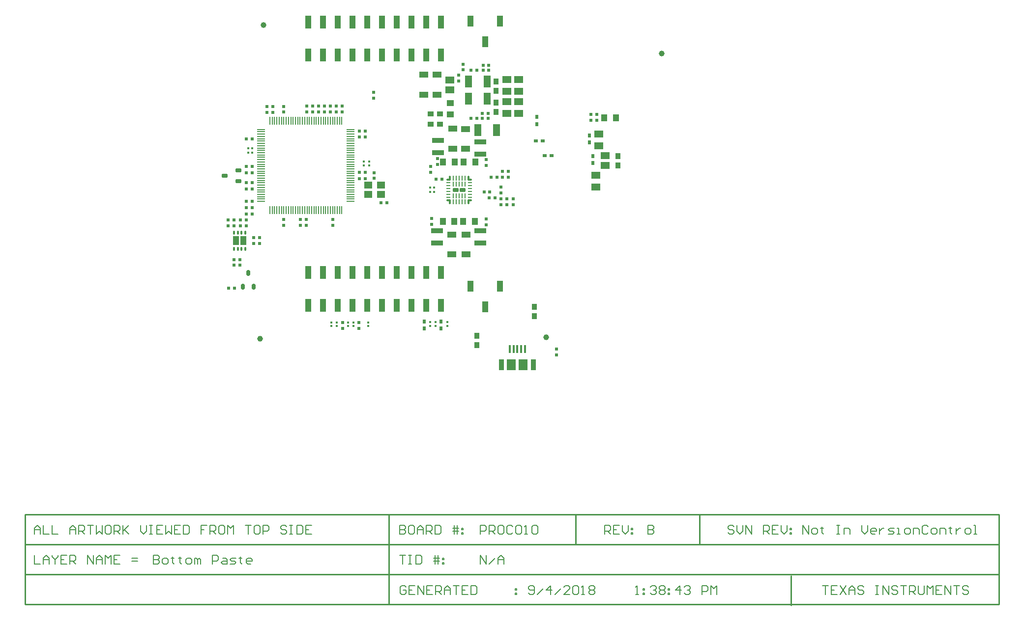
<source format=gbp>
G04 Layer_Color=128*
%FSLAX25Y25*%
%MOIN*%
G70*
G01*
G75*
G04:AMPARAMS|DCode=17|XSize=23.62mil|YSize=39.37mil|CornerRadius=5.91mil|HoleSize=0mil|Usage=FLASHONLY|Rotation=180.000|XOffset=0mil|YOffset=0mil|HoleType=Round|Shape=RoundedRectangle|*
%AMROUNDEDRECTD17*
21,1,0.02362,0.02756,0,0,180.0*
21,1,0.01181,0.03937,0,0,180.0*
1,1,0.01181,-0.00591,0.01378*
1,1,0.01181,0.00591,0.01378*
1,1,0.01181,0.00591,-0.01378*
1,1,0.01181,-0.00591,-0.01378*
%
%ADD17ROUNDEDRECTD17*%
%ADD32C,0.03937*%
G04:AMPARAMS|DCode=37|XSize=11.81mil|YSize=23.62mil|CornerRadius=1.95mil|HoleSize=0mil|Usage=FLASHONLY|Rotation=0.000|XOffset=0mil|YOffset=0mil|HoleType=Round|Shape=RoundedRectangle|*
%AMROUNDEDRECTD37*
21,1,0.01181,0.01972,0,0,0.0*
21,1,0.00791,0.02362,0,0,0.0*
1,1,0.00390,0.00396,-0.00986*
1,1,0.00390,-0.00396,-0.00986*
1,1,0.00390,-0.00396,0.00986*
1,1,0.00390,0.00396,0.00986*
%
%ADD37ROUNDEDRECTD37*%
%ADD44R,0.03740X0.03937*%
%ADD45R,0.01968X0.02362*%
%ADD46R,0.01654X0.01811*%
%ADD47R,0.01811X0.01654*%
%ADD48R,0.02362X0.01968*%
%ADD50R,0.03937X0.03740*%
%ADD55R,0.03150X0.02362*%
%ADD56R,0.06300X0.05000*%
%ADD57R,0.02362X0.03150*%
%ADD65C,0.01000*%
%ADD80C,0.00800*%
G04:AMPARAMS|DCode=99|XSize=40.16mil|YSize=87.4mil|CornerRadius=2.01mil|HoleSize=0mil|Usage=FLASHONLY|Rotation=0.000|XOffset=0mil|YOffset=0mil|HoleType=Round|Shape=RoundedRectangle|*
%AMROUNDEDRECTD99*
21,1,0.04016,0.08339,0,0,0.0*
21,1,0.03614,0.08740,0,0,0.0*
1,1,0.00402,0.01807,-0.04169*
1,1,0.00402,-0.01807,-0.04169*
1,1,0.00402,-0.01807,0.04169*
1,1,0.00402,0.01807,0.04169*
%
%ADD99ROUNDEDRECTD99*%
G04:AMPARAMS|DCode=100|XSize=40.16mil|YSize=75mil|CornerRadius=2.01mil|HoleSize=0mil|Usage=FLASHONLY|Rotation=0.000|XOffset=0mil|YOffset=0mil|HoleType=Round|Shape=RoundedRectangle|*
%AMROUNDEDRECTD100*
21,1,0.04016,0.07098,0,0,0.0*
21,1,0.03614,0.07500,0,0,0.0*
1,1,0.00402,0.01807,-0.03549*
1,1,0.00402,-0.01807,-0.03549*
1,1,0.00402,-0.01807,0.03549*
1,1,0.00402,0.01807,0.03549*
%
%ADD100ROUNDEDRECTD100*%
G04:AMPARAMS|DCode=104|XSize=23.62mil|YSize=9.84mil|CornerRadius=1.97mil|HoleSize=0mil|Usage=FLASHONLY|Rotation=180.000|XOffset=0mil|YOffset=0mil|HoleType=Round|Shape=RoundedRectangle|*
%AMROUNDEDRECTD104*
21,1,0.02362,0.00591,0,0,180.0*
21,1,0.01968,0.00984,0,0,180.0*
1,1,0.00394,-0.00984,0.00295*
1,1,0.00394,0.00984,0.00295*
1,1,0.00394,0.00984,-0.00295*
1,1,0.00394,-0.00984,-0.00295*
%
%ADD104ROUNDEDRECTD104*%
%ADD105O,0.00787X0.05512*%
%ADD106O,0.05512X0.00787*%
%ADD107R,0.04724X0.07874*%
%ADD108R,0.05512X0.04724*%
%ADD110R,0.07874X0.03543*%
G04:AMPARAMS|DCode=111|XSize=23.62mil|YSize=39.37mil|CornerRadius=2.01mil|HoleSize=0mil|Usage=FLASHONLY|Rotation=90.000|XOffset=0mil|YOffset=0mil|HoleType=Round|Shape=RoundedRectangle|*
%AMROUNDEDRECTD111*
21,1,0.02362,0.03535,0,0,90.0*
21,1,0.01961,0.03937,0,0,90.0*
1,1,0.00402,0.01768,0.00980*
1,1,0.00402,0.01768,-0.00980*
1,1,0.00402,-0.01768,-0.00980*
1,1,0.00402,-0.01768,0.00980*
%
%ADD111ROUNDEDRECTD111*%
%ADD112R,0.05905X0.07480*%
%ADD113R,0.01575X0.05315*%
%ADD114R,0.06299X0.04331*%
G04:AMPARAMS|DCode=115|XSize=39.37mil|YSize=49.21mil|CornerRadius=1.97mil|HoleSize=0mil|Usage=FLASHONLY|Rotation=0.000|XOffset=0mil|YOffset=0mil|HoleType=Round|Shape=RoundedRectangle|*
%AMROUNDEDRECTD115*
21,1,0.03937,0.04528,0,0,0.0*
21,1,0.03543,0.04921,0,0,0.0*
1,1,0.00394,0.01772,-0.02264*
1,1,0.00394,-0.01772,-0.02264*
1,1,0.00394,-0.01772,0.02264*
1,1,0.00394,0.01772,0.02264*
%
%ADD115ROUNDEDRECTD115*%
%ADD116R,0.05905X0.05118*%
G04:AMPARAMS|DCode=117|XSize=39.37mil|YSize=49.21mil|CornerRadius=1.97mil|HoleSize=0mil|Usage=FLASHONLY|Rotation=90.000|XOffset=0mil|YOffset=0mil|HoleType=Round|Shape=RoundedRectangle|*
%AMROUNDEDRECTD117*
21,1,0.03937,0.04528,0,0,90.0*
21,1,0.03543,0.04921,0,0,90.0*
1,1,0.00394,0.02264,0.01772*
1,1,0.00394,0.02264,-0.01772*
1,1,0.00394,-0.02264,-0.01772*
1,1,0.00394,-0.02264,0.01772*
%
%ADD117ROUNDEDRECTD117*%
G04:AMPARAMS|DCode=147|XSize=23.62mil|YSize=11.81mil|CornerRadius=1.95mil|HoleSize=0mil|Usage=FLASHONLY|Rotation=180.000|XOffset=0mil|YOffset=0mil|HoleType=Round|Shape=RoundedRectangle|*
%AMROUNDEDRECTD147*
21,1,0.02362,0.00791,0,0,180.0*
21,1,0.01972,0.01181,0,0,180.0*
1,1,0.00390,-0.00986,0.00396*
1,1,0.00390,0.00986,0.00396*
1,1,0.00390,0.00986,-0.00396*
1,1,0.00390,-0.00986,-0.00396*
%
%ADD147ROUNDEDRECTD147*%
G04:AMPARAMS|DCode=148|XSize=32.48mil|YSize=11.81mil|CornerRadius=1.95mil|HoleSize=0mil|Usage=FLASHONLY|Rotation=270.000|XOffset=0mil|YOffset=0mil|HoleType=Round|Shape=RoundedRectangle|*
%AMROUNDEDRECTD148*
21,1,0.03248,0.00791,0,0,270.0*
21,1,0.02858,0.01181,0,0,270.0*
1,1,0.00390,-0.00396,-0.01429*
1,1,0.00390,-0.00396,0.01429*
1,1,0.00390,0.00396,0.01429*
1,1,0.00390,0.00396,-0.01429*
%
%ADD148ROUNDEDRECTD148*%
G04:AMPARAMS|DCode=149|XSize=38.58mil|YSize=25.98mil|CornerRadius=1.95mil|HoleSize=0mil|Usage=FLASHONLY|Rotation=180.000|XOffset=0mil|YOffset=0mil|HoleType=Round|Shape=RoundedRectangle|*
%AMROUNDEDRECTD149*
21,1,0.03858,0.02209,0,0,180.0*
21,1,0.03469,0.02598,0,0,180.0*
1,1,0.00390,-0.01734,0.01104*
1,1,0.00390,0.01734,0.01104*
1,1,0.00390,0.01734,-0.01104*
1,1,0.00390,-0.01734,-0.01104*
%
%ADD149ROUNDEDRECTD149*%
G04:AMPARAMS|DCode=150|XSize=9.84mil|YSize=31.89mil|CornerRadius=1.97mil|HoleSize=0mil|Usage=FLASHONLY|Rotation=0.000|XOffset=0mil|YOffset=0mil|HoleType=Round|Shape=RoundedRectangle|*
%AMROUNDEDRECTD150*
21,1,0.00984,0.02795,0,0,0.0*
21,1,0.00591,0.03189,0,0,0.0*
1,1,0.00394,0.00295,-0.01398*
1,1,0.00394,-0.00295,-0.01398*
1,1,0.00394,-0.00295,0.01398*
1,1,0.00394,0.00295,0.01398*
%
%ADD150ROUNDEDRECTD150*%
G04:AMPARAMS|DCode=151|XSize=57.87mil|YSize=41.73mil|CornerRadius=1.88mil|HoleSize=0mil|Usage=FLASHONLY|Rotation=270.000|XOffset=0mil|YOffset=0mil|HoleType=Round|Shape=RoundedRectangle|*
%AMROUNDEDRECTD151*
21,1,0.05787,0.03798,0,0,270.0*
21,1,0.05412,0.04173,0,0,270.0*
1,1,0.00376,-0.01899,-0.02706*
1,1,0.00376,-0.01899,0.02706*
1,1,0.00376,0.01899,0.02706*
1,1,0.00376,0.01899,-0.02706*
%
%ADD151ROUNDEDRECTD151*%
%ADD152R,0.03543X0.07480*%
G54D17*
X15802Y42493D02*
D03*
X8322D02*
D03*
X12062Y51941D02*
D03*
G54D32*
X22500Y220000D02*
D03*
X20000Y7000D02*
D03*
X292500Y200800D02*
D03*
X214000Y8000D02*
D03*
G54D37*
X2445Y68120D02*
D03*
X5004D02*
D03*
X7563D02*
D03*
X10122D02*
D03*
Y79144D02*
D03*
X7563D02*
D03*
X5004D02*
D03*
X2445D02*
D03*
G54D44*
X262857Y124669D02*
D03*
Y130969D02*
D03*
X167100Y9200D02*
D03*
Y2900D02*
D03*
X206000Y28900D02*
D03*
Y22600D02*
D03*
X180253Y167435D02*
D03*
Y161135D02*
D03*
X180260Y175413D02*
D03*
Y181712D02*
D03*
G54D45*
X-1540Y83881D02*
D03*
Y87818D02*
D03*
X97100Y174559D02*
D03*
Y170623D02*
D03*
X19920Y75854D02*
D03*
Y71917D02*
D03*
X221240Y-3779D02*
D03*
Y158D02*
D03*
X173560Y88503D02*
D03*
Y84566D02*
D03*
X136490Y88704D02*
D03*
Y84767D02*
D03*
X173480Y124796D02*
D03*
Y128734D02*
D03*
X140385Y125406D02*
D03*
Y129343D02*
D03*
X187500Y98282D02*
D03*
Y102218D02*
D03*
X183344Y109984D02*
D03*
Y106046D02*
D03*
X191614Y102183D02*
D03*
Y98247D02*
D03*
X183374Y102183D02*
D03*
Y98247D02*
D03*
X15803Y71951D02*
D03*
Y75888D02*
D03*
X2443Y57003D02*
D03*
Y60940D02*
D03*
X28700Y164819D02*
D03*
Y160881D02*
D03*
X24650Y164854D02*
D03*
Y160916D02*
D03*
X157796Y193582D02*
D03*
Y189645D02*
D03*
X69278Y84146D02*
D03*
Y88083D02*
D03*
X67752Y165154D02*
D03*
Y161216D02*
D03*
X59812Y165154D02*
D03*
Y161216D02*
D03*
X71768Y161247D02*
D03*
Y165183D02*
D03*
X63772Y165154D02*
D03*
Y161216D02*
D03*
X75728Y161247D02*
D03*
Y165183D02*
D03*
X6568Y57016D02*
D03*
Y60953D02*
D03*
X135778Y124164D02*
D03*
Y120228D02*
D03*
X87018Y14146D02*
D03*
Y18083D02*
D03*
X75988Y14146D02*
D03*
Y18083D02*
D03*
X154663Y186147D02*
D03*
Y182211D02*
D03*
X10782Y83947D02*
D03*
Y87884D02*
D03*
X51560Y88183D02*
D03*
Y84246D02*
D03*
X55830Y165154D02*
D03*
Y161216D02*
D03*
X47268Y84246D02*
D03*
Y88183D02*
D03*
X2562Y87853D02*
D03*
Y83916D02*
D03*
X36192Y84216D02*
D03*
Y88153D02*
D03*
X51822Y165154D02*
D03*
Y161216D02*
D03*
X36252Y164953D02*
D03*
Y161016D02*
D03*
X6710Y87884D02*
D03*
Y83947D02*
D03*
X97500Y119953D02*
D03*
Y116016D02*
D03*
G54D46*
X90407Y127347D02*
D03*
Y124748D02*
D03*
X147025Y18527D02*
D03*
Y15929D02*
D03*
X139025Y18471D02*
D03*
Y15873D02*
D03*
X135275Y18471D02*
D03*
Y15873D02*
D03*
X94193Y127347D02*
D03*
Y124748D02*
D03*
X93275Y18271D02*
D03*
Y15673D02*
D03*
X83275Y18227D02*
D03*
Y15629D02*
D03*
X79913Y18227D02*
D03*
Y15629D02*
D03*
X71963Y18227D02*
D03*
Y15629D02*
D03*
X68513Y18227D02*
D03*
Y15629D02*
D03*
G54D47*
X14777Y133429D02*
D03*
X12179D02*
D03*
X14777Y136619D02*
D03*
X12179D02*
D03*
X135579Y109919D02*
D03*
X138177D02*
D03*
Y106669D02*
D03*
X135579D02*
D03*
G54D48*
X143309Y115401D02*
D03*
X139372D02*
D03*
X-1199Y41591D02*
D03*
X2739D02*
D03*
X188303Y120754D02*
D03*
X184367D02*
D03*
X188303Y116704D02*
D03*
X184367D02*
D03*
X175432Y102750D02*
D03*
X179368D02*
D03*
X176666Y116650D02*
D03*
X180604D02*
D03*
X87497Y144060D02*
D03*
X91434D02*
D03*
X10796Y119952D02*
D03*
X14733D02*
D03*
X10796Y91774D02*
D03*
X14733D02*
D03*
X14733Y96104D02*
D03*
X10796D02*
D03*
X163110Y156652D02*
D03*
X167047D02*
D03*
X163233Y189362D02*
D03*
X167170D02*
D03*
X170905Y160178D02*
D03*
X174843D02*
D03*
X171314Y189362D02*
D03*
X175251D02*
D03*
X10757Y108880D02*
D03*
X14694D02*
D03*
X175914Y106700D02*
D03*
X171976D02*
D03*
X10796Y100356D02*
D03*
X14733D02*
D03*
X10796Y124006D02*
D03*
X14733D02*
D03*
X91434Y115830D02*
D03*
X87497D02*
D03*
X10696Y142940D02*
D03*
X14634D02*
D03*
X10751Y113010D02*
D03*
X14687D02*
D03*
X106098Y99436D02*
D03*
X102161D02*
D03*
X91404Y148190D02*
D03*
X87467D02*
D03*
X170881Y156652D02*
D03*
X174819D02*
D03*
X171314Y192764D02*
D03*
X175251D02*
D03*
X244531Y155500D02*
D03*
X248468D02*
D03*
X244531Y159500D02*
D03*
X248468D02*
D03*
X91434Y120150D02*
D03*
X87497D02*
D03*
G54D50*
X135881Y159871D02*
D03*
X142181D02*
D03*
X135719Y152905D02*
D03*
X142019D02*
D03*
G54D55*
X217745Y131330D02*
D03*
X213021D02*
D03*
X211697Y141400D02*
D03*
X206973D02*
D03*
G54D56*
X247660Y117995D02*
D03*
Y109995D02*
D03*
X187500Y183000D02*
D03*
Y175000D02*
D03*
Y160081D02*
D03*
Y168080D02*
D03*
X195500Y183000D02*
D03*
Y175000D02*
D03*
Y160081D02*
D03*
Y168080D02*
D03*
X249815Y146140D02*
D03*
Y138140D02*
D03*
G54D57*
X131537Y14023D02*
D03*
Y18747D02*
D03*
X142802Y14023D02*
D03*
Y18747D02*
D03*
X207755Y152908D02*
D03*
Y157632D02*
D03*
X245820Y131157D02*
D03*
Y126433D02*
D03*
X243527Y145021D02*
D03*
Y140296D02*
D03*
G54D65*
X380200Y-174000D02*
Y-153717D01*
X261300Y-173350D02*
X521000D01*
Y-112350D01*
X107300Y-173350D02*
Y-112350D01*
X-139200Y-173350D02*
Y-112350D01*
X-139150Y-173350D02*
X18400D01*
X-139150D02*
Y-112350D01*
Y-112350D02*
X521000D01*
X-139200Y-173350D02*
X261300D01*
X-139200Y-153017D02*
X520800D01*
X-139200Y-132683D02*
X521000D01*
X234000D02*
Y-112350D01*
X318000Y-132683D02*
Y-112350D01*
G54D80*
X-52300Y-139851D02*
Y-145849D01*
X-49301D01*
X-48301Y-144850D01*
Y-143850D01*
X-49301Y-142850D01*
X-52300D01*
X-49301D01*
X-48301Y-141851D01*
Y-140851D01*
X-49301Y-139851D01*
X-52300D01*
X-45302Y-145849D02*
X-43303D01*
X-42303Y-144850D01*
Y-142850D01*
X-43303Y-141851D01*
X-45302D01*
X-46302Y-142850D01*
Y-144850D01*
X-45302Y-145849D01*
X-39304Y-140851D02*
Y-141851D01*
X-40304D01*
X-38304D01*
X-39304D01*
Y-144850D01*
X-38304Y-145849D01*
X-34306Y-140851D02*
Y-141851D01*
X-35306D01*
X-33306D01*
X-34306D01*
Y-144850D01*
X-33306Y-145849D01*
X-29307D02*
X-27308D01*
X-26308Y-144850D01*
Y-142850D01*
X-27308Y-141851D01*
X-29307D01*
X-30307Y-142850D01*
Y-144850D01*
X-29307Y-145849D01*
X-24309D02*
Y-141851D01*
X-23309D01*
X-22310Y-142850D01*
Y-145849D01*
Y-142850D01*
X-21310Y-141851D01*
X-20310Y-142850D01*
Y-145849D01*
X-12313D02*
Y-139851D01*
X-9314D01*
X-8314Y-140851D01*
Y-142850D01*
X-9314Y-143850D01*
X-12313D01*
X-5315Y-141851D02*
X-3316D01*
X-2316Y-142850D01*
Y-145849D01*
X-5315D01*
X-6315Y-144850D01*
X-5315Y-143850D01*
X-2316D01*
X-317Y-145849D02*
X2682D01*
X3682Y-144850D01*
X2682Y-143850D01*
X683D01*
X-317Y-142850D01*
X683Y-141851D01*
X3682D01*
X6681Y-140851D02*
Y-141851D01*
X5681D01*
X7681D01*
X6681D01*
Y-144850D01*
X7681Y-145849D01*
X13679D02*
X11679D01*
X10680Y-144850D01*
Y-142850D01*
X11679Y-141851D01*
X13679D01*
X14678Y-142850D01*
Y-143850D01*
X10680D01*
X169350Y-145900D02*
Y-139902D01*
X173349Y-145900D01*
Y-139902D01*
X175348Y-145900D02*
X179347Y-141901D01*
X181346Y-145900D02*
Y-141901D01*
X183345Y-139902D01*
X185345Y-141901D01*
Y-145900D01*
Y-142901D01*
X181346D01*
X114800Y-139902D02*
X118799D01*
X116799D01*
Y-145900D01*
X120798Y-139902D02*
X122797D01*
X121798D01*
Y-145900D01*
X120798D01*
X122797D01*
X125796Y-139902D02*
Y-145900D01*
X128796D01*
X129795Y-144900D01*
Y-140902D01*
X128796Y-139902D01*
X125796D01*
X138792Y-145900D02*
Y-139902D01*
X140792D02*
Y-145900D01*
X137793Y-141901D02*
X140792D01*
X141791D01*
X137793Y-143901D02*
X141791D01*
X143791Y-141901D02*
X144790D01*
Y-142901D01*
X143791D01*
Y-141901D01*
Y-144900D02*
X144790D01*
Y-145900D01*
X143791D01*
Y-144900D01*
X401300Y-160435D02*
X405299D01*
X403299D01*
Y-166434D01*
X411297Y-160435D02*
X407298D01*
Y-166434D01*
X411297D01*
X407298Y-163435D02*
X409297D01*
X413296Y-160435D02*
X417295Y-166434D01*
Y-160435D02*
X413296Y-166434D01*
X419294D02*
Y-162435D01*
X421293Y-160435D01*
X423293Y-162435D01*
Y-166434D01*
Y-163435D01*
X419294D01*
X429291Y-161435D02*
X428291Y-160435D01*
X426292D01*
X425292Y-161435D01*
Y-162435D01*
X426292Y-163435D01*
X428291D01*
X429291Y-164434D01*
Y-165434D01*
X428291Y-166434D01*
X426292D01*
X425292Y-165434D01*
X437288Y-160435D02*
X439288D01*
X438288D01*
Y-166434D01*
X437288D01*
X439288D01*
X442287D02*
Y-160435D01*
X446285Y-166434D01*
Y-160435D01*
X452283Y-161435D02*
X451284Y-160435D01*
X449285D01*
X448285Y-161435D01*
Y-162435D01*
X449285Y-163435D01*
X451284D01*
X452283Y-164434D01*
Y-165434D01*
X451284Y-166434D01*
X449285D01*
X448285Y-165434D01*
X454283Y-160435D02*
X458282D01*
X456282D01*
Y-166434D01*
X460281D02*
Y-160435D01*
X463280D01*
X464280Y-161435D01*
Y-163435D01*
X463280Y-164434D01*
X460281D01*
X462280D02*
X464280Y-166434D01*
X466279Y-160435D02*
Y-165434D01*
X467279Y-166434D01*
X469278D01*
X470278Y-165434D01*
Y-160435D01*
X472277Y-166434D02*
Y-160435D01*
X474276Y-162435D01*
X476276Y-160435D01*
Y-166434D01*
X482274Y-160435D02*
X478275D01*
Y-166434D01*
X482274D01*
X478275Y-163435D02*
X480274D01*
X484273Y-166434D02*
Y-160435D01*
X488272Y-166434D01*
Y-160435D01*
X490271D02*
X494270D01*
X492271D01*
Y-166434D01*
X500268Y-161435D02*
X499268Y-160435D01*
X497269D01*
X496269Y-161435D01*
Y-162435D01*
X497269Y-163435D01*
X499268D01*
X500268Y-164434D01*
Y-165434D01*
X499268Y-166434D01*
X497269D01*
X496269Y-165434D01*
X274850Y-166434D02*
X276849D01*
X275850D01*
Y-160435D01*
X274850Y-161435D01*
X279848Y-162435D02*
X280848D01*
Y-163435D01*
X279848D01*
Y-162435D01*
Y-165434D02*
X280848D01*
Y-166434D01*
X279848D01*
Y-165434D01*
X284847Y-161435D02*
X285846Y-160435D01*
X287846D01*
X288845Y-161435D01*
Y-162435D01*
X287846Y-163435D01*
X286846D01*
X287846D01*
X288845Y-164434D01*
Y-165434D01*
X287846Y-166434D01*
X285846D01*
X284847Y-165434D01*
X290845Y-161435D02*
X291845Y-160435D01*
X293844D01*
X294844Y-161435D01*
Y-162435D01*
X293844Y-163435D01*
X294844Y-164434D01*
Y-165434D01*
X293844Y-166434D01*
X291845D01*
X290845Y-165434D01*
Y-164434D01*
X291845Y-163435D01*
X290845Y-162435D01*
Y-161435D01*
X291845Y-163435D02*
X293844D01*
X296843Y-162435D02*
X297843D01*
Y-163435D01*
X296843D01*
Y-162435D01*
Y-165434D02*
X297843D01*
Y-166434D01*
X296843D01*
Y-165434D01*
X304840Y-166434D02*
Y-160435D01*
X301841Y-163435D01*
X305840D01*
X307839Y-161435D02*
X308839Y-160435D01*
X310838D01*
X311838Y-161435D01*
Y-162435D01*
X310838Y-163435D01*
X309839D01*
X310838D01*
X311838Y-164434D01*
Y-165434D01*
X310838Y-166434D01*
X308839D01*
X307839Y-165434D01*
X319835Y-166434D02*
Y-160435D01*
X322834D01*
X323834Y-161435D01*
Y-163435D01*
X322834Y-164434D01*
X319835D01*
X325834Y-166434D02*
Y-160435D01*
X327833Y-162435D01*
X329832Y-160435D01*
Y-166434D01*
X-132850Y-139851D02*
Y-145849D01*
X-128851D01*
X-126852D02*
Y-141851D01*
X-124853Y-139851D01*
X-122853Y-141851D01*
Y-145849D01*
Y-142850D01*
X-126852D01*
X-120854Y-139851D02*
Y-140851D01*
X-118854Y-142850D01*
X-116855Y-140851D01*
Y-139851D01*
X-118854Y-142850D02*
Y-145849D01*
X-110857Y-139851D02*
X-114856D01*
Y-145849D01*
X-110857D01*
X-114856Y-142850D02*
X-112856D01*
X-108858Y-145849D02*
Y-139851D01*
X-105859D01*
X-104859Y-140851D01*
Y-142850D01*
X-105859Y-143850D01*
X-108858D01*
X-106858D02*
X-104859Y-145849D01*
X-96862D02*
Y-139851D01*
X-92863Y-145849D01*
Y-139851D01*
X-90864Y-145849D02*
Y-141851D01*
X-88864Y-139851D01*
X-86865Y-141851D01*
Y-145849D01*
Y-142850D01*
X-90864D01*
X-84865Y-145849D02*
Y-139851D01*
X-82866Y-141851D01*
X-80867Y-139851D01*
Y-145849D01*
X-74869Y-139851D02*
X-78868D01*
Y-145849D01*
X-74869D01*
X-78868Y-142850D02*
X-76868D01*
X-66871Y-143850D02*
X-62873D01*
X-66871Y-141851D02*
X-62873D01*
X114800Y-119569D02*
Y-125567D01*
X117799D01*
X118799Y-124567D01*
Y-123567D01*
X117799Y-122568D01*
X114800D01*
X117799D01*
X118799Y-121568D01*
Y-120568D01*
X117799Y-119569D01*
X114800D01*
X123797D02*
X121798D01*
X120798Y-120568D01*
Y-124567D01*
X121798Y-125567D01*
X123797D01*
X124797Y-124567D01*
Y-120568D01*
X123797Y-119569D01*
X126796Y-125567D02*
Y-121568D01*
X128796Y-119569D01*
X130795Y-121568D01*
Y-125567D01*
Y-122568D01*
X126796D01*
X132794Y-125567D02*
Y-119569D01*
X135793D01*
X136793Y-120568D01*
Y-122568D01*
X135793Y-123567D01*
X132794D01*
X134793D02*
X136793Y-125567D01*
X138792Y-119569D02*
Y-125567D01*
X141791D01*
X142791Y-124567D01*
Y-120568D01*
X141791Y-119569D01*
X138792D01*
X151788Y-125567D02*
Y-119569D01*
X153787D02*
Y-125567D01*
X150788Y-121568D02*
X153787D01*
X154787D01*
X150788Y-123567D02*
X154787D01*
X156786Y-121568D02*
X157786D01*
Y-122568D01*
X156786D01*
Y-121568D01*
Y-124567D02*
X157786D01*
Y-125567D01*
X156786D01*
Y-124567D01*
X169350Y-125567D02*
Y-119569D01*
X172349D01*
X173349Y-120568D01*
Y-122568D01*
X172349Y-123567D01*
X169350D01*
X175348Y-125567D02*
Y-119569D01*
X178347D01*
X179347Y-120568D01*
Y-122568D01*
X178347Y-123567D01*
X175348D01*
X177347D02*
X179347Y-125567D01*
X184345Y-119569D02*
X182346D01*
X181346Y-120568D01*
Y-124567D01*
X182346Y-125567D01*
X184345D01*
X185345Y-124567D01*
Y-120568D01*
X184345Y-119569D01*
X191343Y-120568D02*
X190343Y-119569D01*
X188344D01*
X187344Y-120568D01*
Y-124567D01*
X188344Y-125567D01*
X190343D01*
X191343Y-124567D01*
X193342Y-120568D02*
X194342Y-119569D01*
X196341D01*
X197341Y-120568D01*
Y-124567D01*
X196341Y-125567D01*
X194342D01*
X193342Y-124567D01*
Y-120568D01*
X199340Y-125567D02*
X201340D01*
X200340D01*
Y-119569D01*
X199340Y-120568D01*
X204339D02*
X205338Y-119569D01*
X207338D01*
X208337Y-120568D01*
Y-124567D01*
X207338Y-125567D01*
X205338D01*
X204339Y-124567D01*
Y-120568D01*
X282950Y-119569D02*
Y-125567D01*
X285949D01*
X286949Y-124567D01*
Y-123567D01*
X285949Y-122568D01*
X282950D01*
X285949D01*
X286949Y-121568D01*
Y-120568D01*
X285949Y-119569D01*
X282950D01*
X-132850Y-125567D02*
Y-121568D01*
X-130851Y-119569D01*
X-128851Y-121568D01*
Y-125567D01*
Y-122568D01*
X-132850D01*
X-126852Y-119569D02*
Y-125567D01*
X-122853D01*
X-120854Y-119569D02*
Y-125567D01*
X-116855D01*
X-108858D02*
Y-121568D01*
X-106858Y-119569D01*
X-104859Y-121568D01*
Y-125567D01*
Y-122568D01*
X-108858D01*
X-102860Y-125567D02*
Y-119569D01*
X-99861D01*
X-98861Y-120568D01*
Y-122568D01*
X-99861Y-123567D01*
X-102860D01*
X-100860D02*
X-98861Y-125567D01*
X-96862Y-119569D02*
X-92863D01*
X-94862D01*
Y-125567D01*
X-90864Y-119569D02*
Y-125567D01*
X-88864Y-123567D01*
X-86865Y-125567D01*
Y-119569D01*
X-81867D02*
X-83866D01*
X-84865Y-120568D01*
Y-124567D01*
X-83866Y-125567D01*
X-81867D01*
X-80867Y-124567D01*
Y-120568D01*
X-81867Y-119569D01*
X-78868Y-125567D02*
Y-119569D01*
X-75868D01*
X-74869Y-120568D01*
Y-122568D01*
X-75868Y-123567D01*
X-78868D01*
X-76868D02*
X-74869Y-125567D01*
X-72869Y-119569D02*
Y-125567D01*
Y-123567D01*
X-68871Y-119569D01*
X-71870Y-122568D01*
X-68871Y-125567D01*
X-60873Y-119569D02*
Y-123567D01*
X-58874Y-125567D01*
X-56875Y-123567D01*
Y-119569D01*
X-54875D02*
X-52876D01*
X-53875D01*
Y-125567D01*
X-54875D01*
X-52876D01*
X-45878Y-119569D02*
X-49877D01*
Y-125567D01*
X-45878D01*
X-49877Y-122568D02*
X-47877D01*
X-43879Y-119569D02*
Y-125567D01*
X-41879Y-123567D01*
X-39880Y-125567D01*
Y-119569D01*
X-33882D02*
X-37881D01*
Y-125567D01*
X-33882D01*
X-37881Y-122568D02*
X-35881D01*
X-31883Y-119569D02*
Y-125567D01*
X-28884D01*
X-27884Y-124567D01*
Y-120568D01*
X-28884Y-119569D01*
X-31883D01*
X-15888D02*
X-19886D01*
Y-122568D01*
X-17887D01*
X-19886D01*
Y-125567D01*
X-13889D02*
Y-119569D01*
X-10889D01*
X-9890Y-120568D01*
Y-122568D01*
X-10889Y-123567D01*
X-13889D01*
X-11889D02*
X-9890Y-125567D01*
X-4891Y-119569D02*
X-6891D01*
X-7890Y-120568D01*
Y-124567D01*
X-6891Y-125567D01*
X-4891D01*
X-3892Y-124567D01*
Y-120568D01*
X-4891Y-119569D01*
X-1892Y-125567D02*
Y-119569D01*
X107Y-121568D01*
X2106Y-119569D01*
Y-125567D01*
X10104Y-119569D02*
X14103D01*
X12103D01*
Y-125567D01*
X19101Y-119569D02*
X17101D01*
X16102Y-120568D01*
Y-124567D01*
X17101Y-125567D01*
X19101D01*
X20100Y-124567D01*
Y-120568D01*
X19101Y-119569D01*
X22100Y-125567D02*
Y-119569D01*
X25099D01*
X26099Y-120568D01*
Y-122568D01*
X25099Y-123567D01*
X22100D01*
X38095Y-120568D02*
X37095Y-119569D01*
X35096D01*
X34096Y-120568D01*
Y-121568D01*
X35096Y-122568D01*
X37095D01*
X38095Y-123567D01*
Y-124567D01*
X37095Y-125567D01*
X35096D01*
X34096Y-124567D01*
X40094Y-119569D02*
X42093D01*
X41094D01*
Y-125567D01*
X40094D01*
X42093D01*
X45092Y-119569D02*
Y-125567D01*
X48092D01*
X49091Y-124567D01*
Y-120568D01*
X48092Y-119569D01*
X45092D01*
X55089D02*
X51091D01*
Y-125567D01*
X55089D01*
X51091Y-122568D02*
X53090D01*
X118999Y-161435D02*
X117999Y-160435D01*
X116000D01*
X115000Y-161435D01*
Y-165434D01*
X116000Y-166434D01*
X117999D01*
X118999Y-165434D01*
Y-163435D01*
X116999D01*
X124997Y-160435D02*
X120998D01*
Y-166434D01*
X124997D01*
X120998Y-163435D02*
X122997D01*
X126996Y-166434D02*
Y-160435D01*
X130995Y-166434D01*
Y-160435D01*
X136993D02*
X132994D01*
Y-166434D01*
X136993D01*
X132994Y-163435D02*
X134994D01*
X138992Y-166434D02*
Y-160435D01*
X141991D01*
X142991Y-161435D01*
Y-163435D01*
X141991Y-164434D01*
X138992D01*
X140992D02*
X142991Y-166434D01*
X144990D02*
Y-162435D01*
X146990Y-160435D01*
X148989Y-162435D01*
Y-166434D01*
Y-163435D01*
X144990D01*
X150988Y-160435D02*
X154987D01*
X152988D01*
Y-166434D01*
X160985Y-160435D02*
X156986D01*
Y-166434D01*
X160985D01*
X156986Y-163435D02*
X158986D01*
X162985Y-160435D02*
Y-166434D01*
X165983D01*
X166983Y-165434D01*
Y-161435D01*
X165983Y-160435D01*
X162985D01*
X192975Y-162435D02*
X193974D01*
Y-163435D01*
X192975D01*
Y-162435D01*
Y-165434D02*
X193974D01*
Y-166434D01*
X192975D01*
Y-165434D01*
X201950D02*
X202950Y-166434D01*
X204949D01*
X205949Y-165434D01*
Y-161435D01*
X204949Y-160435D01*
X202950D01*
X201950Y-161435D01*
Y-162435D01*
X202950Y-163435D01*
X205949D01*
X207948Y-166434D02*
X211947Y-162435D01*
X216945Y-166434D02*
Y-160435D01*
X213946Y-163435D01*
X217945D01*
X219944Y-166434D02*
X223943Y-162435D01*
X229941Y-166434D02*
X225942D01*
X229941Y-162435D01*
Y-161435D01*
X228941Y-160435D01*
X226942D01*
X225942Y-161435D01*
X231940D02*
X232940Y-160435D01*
X234939D01*
X235939Y-161435D01*
Y-165434D01*
X234939Y-166434D01*
X232940D01*
X231940Y-165434D01*
Y-161435D01*
X237938Y-166434D02*
X239938D01*
X238938D01*
Y-160435D01*
X237938Y-161435D01*
X242937D02*
X243936Y-160435D01*
X245936D01*
X246935Y-161435D01*
Y-162435D01*
X245936Y-163435D01*
X246935Y-164434D01*
Y-165434D01*
X245936Y-166434D01*
X243936D01*
X242937Y-165434D01*
Y-164434D01*
X243936Y-163435D01*
X242937Y-162435D01*
Y-161435D01*
X243936Y-163435D02*
X245936D01*
X253800Y-125567D02*
Y-119569D01*
X256799D01*
X257799Y-120568D01*
Y-122568D01*
X256799Y-123567D01*
X253800D01*
X255799D02*
X257799Y-125567D01*
X263797Y-119569D02*
X259798D01*
Y-125567D01*
X263797D01*
X259798Y-122568D02*
X261797D01*
X265796Y-119569D02*
Y-123567D01*
X267795Y-125567D01*
X269795Y-123567D01*
Y-119569D01*
X271794Y-121568D02*
X272794D01*
Y-122568D01*
X271794D01*
Y-121568D01*
Y-124567D02*
X272794D01*
Y-125567D01*
X271794D01*
Y-124567D01*
X341599Y-120568D02*
X340599Y-119569D01*
X338600D01*
X337600Y-120568D01*
Y-121568D01*
X338600Y-122568D01*
X340599D01*
X341599Y-123567D01*
Y-124567D01*
X340599Y-125567D01*
X338600D01*
X337600Y-124567D01*
X343598Y-119569D02*
Y-123567D01*
X345597Y-125567D01*
X347597Y-123567D01*
Y-119569D01*
X349596Y-125567D02*
Y-119569D01*
X353595Y-125567D01*
Y-119569D01*
X361592Y-125567D02*
Y-119569D01*
X364591D01*
X365591Y-120568D01*
Y-122568D01*
X364591Y-123567D01*
X361592D01*
X363592D02*
X365591Y-125567D01*
X371589Y-119569D02*
X367590D01*
Y-125567D01*
X371589D01*
X367590Y-122568D02*
X369590D01*
X373588Y-119569D02*
Y-123567D01*
X375588Y-125567D01*
X377587Y-123567D01*
Y-119569D01*
X379586Y-121568D02*
X380586D01*
Y-122568D01*
X379586D01*
Y-121568D01*
Y-124567D02*
X380586D01*
Y-125567D01*
X379586D01*
Y-124567D01*
X388200Y-125567D02*
Y-119569D01*
X392199Y-125567D01*
Y-119569D01*
X395198Y-125567D02*
X397197D01*
X398197Y-124567D01*
Y-122568D01*
X397197Y-121568D01*
X395198D01*
X394198Y-122568D01*
Y-124567D01*
X395198Y-125567D01*
X401196Y-120568D02*
Y-121568D01*
X400196D01*
X402196D01*
X401196D01*
Y-124567D01*
X402196Y-125567D01*
X411193Y-119569D02*
X413192D01*
X412192D01*
Y-125567D01*
X411193D01*
X413192D01*
X416191D02*
Y-121568D01*
X419190D01*
X420190Y-122568D01*
Y-125567D01*
X428187Y-119569D02*
Y-123567D01*
X430186Y-125567D01*
X432186Y-123567D01*
Y-119569D01*
X437184Y-125567D02*
X435185D01*
X434185Y-124567D01*
Y-122568D01*
X435185Y-121568D01*
X437184D01*
X438184Y-122568D01*
Y-123567D01*
X434185D01*
X440183Y-121568D02*
Y-125567D01*
Y-123567D01*
X441183Y-122568D01*
X442182Y-121568D01*
X443182D01*
X446181Y-125567D02*
X449180D01*
X450180Y-124567D01*
X449180Y-123567D01*
X447181D01*
X446181Y-122568D01*
X447181Y-121568D01*
X450180D01*
X452179Y-125567D02*
X454179D01*
X453179D01*
Y-121568D01*
X452179D01*
X458177Y-125567D02*
X460177D01*
X461176Y-124567D01*
Y-122568D01*
X460177Y-121568D01*
X458177D01*
X457178Y-122568D01*
Y-124567D01*
X458177Y-125567D01*
X463176D02*
Y-121568D01*
X466175D01*
X467174Y-122568D01*
Y-125567D01*
X473173Y-120568D02*
X472173Y-119569D01*
X470174D01*
X469174Y-120568D01*
Y-124567D01*
X470174Y-125567D01*
X472173D01*
X473173Y-124567D01*
X476171Y-125567D02*
X478171D01*
X479171Y-124567D01*
Y-122568D01*
X478171Y-121568D01*
X476171D01*
X475172Y-122568D01*
Y-124567D01*
X476171Y-125567D01*
X481170D02*
Y-121568D01*
X484169D01*
X485169Y-122568D01*
Y-125567D01*
X488168Y-120568D02*
Y-121568D01*
X487168D01*
X489167D01*
X488168D01*
Y-124567D01*
X489167Y-125567D01*
X492166Y-121568D02*
Y-125567D01*
Y-123567D01*
X493166Y-122568D01*
X494166Y-121568D01*
X495165D01*
X499164Y-125567D02*
X501163D01*
X502163Y-124567D01*
Y-122568D01*
X501163Y-121568D01*
X499164D01*
X498164Y-122568D01*
Y-124567D01*
X499164Y-125567D01*
X504163D02*
X506162D01*
X505162D01*
Y-119569D01*
X504163D01*
G54D99*
X52750Y199828D02*
D03*
X62750D02*
D03*
X72750D02*
D03*
X82750D02*
D03*
X122750D02*
D03*
X112750D02*
D03*
X102750D02*
D03*
X92750D02*
D03*
X132750D02*
D03*
X142750D02*
D03*
Y222072D02*
D03*
X132750D02*
D03*
X92750D02*
D03*
X102750D02*
D03*
X112750D02*
D03*
X122750D02*
D03*
X82750D02*
D03*
X72750D02*
D03*
X62750D02*
D03*
X52750D02*
D03*
Y29828D02*
D03*
X62750D02*
D03*
X72750D02*
D03*
X82750D02*
D03*
X122750D02*
D03*
X112750D02*
D03*
X102750D02*
D03*
X92750D02*
D03*
X132750D02*
D03*
X142750D02*
D03*
Y52072D02*
D03*
X132750D02*
D03*
X92750D02*
D03*
X102750D02*
D03*
X112750D02*
D03*
X122750D02*
D03*
X82750D02*
D03*
X72750D02*
D03*
X62750D02*
D03*
X52750D02*
D03*
G54D100*
X172750Y208952D02*
D03*
X162750Y222948D02*
D03*
X182750D02*
D03*
X172750Y28952D02*
D03*
X162750Y42948D02*
D03*
X182750D02*
D03*
G54D104*
X162581Y103129D02*
D03*
Y105097D02*
D03*
Y107065D02*
D03*
Y109034D02*
D03*
Y111003D02*
D03*
Y112971D02*
D03*
X147620Y112971D02*
D03*
Y111003D02*
D03*
Y109034D02*
D03*
Y107065D02*
D03*
Y105097D02*
D03*
Y103129D02*
D03*
G54D105*
X26770Y94489D02*
D03*
X28344D02*
D03*
X29919D02*
D03*
X31494D02*
D03*
X33069D02*
D03*
X34644D02*
D03*
X36218D02*
D03*
X37793D02*
D03*
X39368D02*
D03*
X40943D02*
D03*
X42518D02*
D03*
X44092D02*
D03*
X45667D02*
D03*
X47242D02*
D03*
X48817D02*
D03*
X50392D02*
D03*
X51966D02*
D03*
X53541D02*
D03*
X55116D02*
D03*
X56691D02*
D03*
X58266D02*
D03*
X59840D02*
D03*
X61415D02*
D03*
X62990D02*
D03*
X64565D02*
D03*
X66140D02*
D03*
X67714D02*
D03*
X69289D02*
D03*
X70864D02*
D03*
X72439D02*
D03*
X74014D02*
D03*
X75589D02*
D03*
Y155119D02*
D03*
X74014D02*
D03*
X72439D02*
D03*
X70864D02*
D03*
X69289D02*
D03*
X67714D02*
D03*
X66140D02*
D03*
X64565D02*
D03*
X62990D02*
D03*
X61415D02*
D03*
X59840D02*
D03*
X58266D02*
D03*
X56691D02*
D03*
X55116D02*
D03*
X53541D02*
D03*
X51966D02*
D03*
X50392D02*
D03*
X48817D02*
D03*
X47242D02*
D03*
X45667D02*
D03*
X44092D02*
D03*
X42518D02*
D03*
X40943D02*
D03*
X39368D02*
D03*
X37793D02*
D03*
X36218D02*
D03*
X34644D02*
D03*
X33069D02*
D03*
X31494D02*
D03*
X29919D02*
D03*
X28344D02*
D03*
X26770D02*
D03*
G54D106*
X81494Y100395D02*
D03*
Y101969D02*
D03*
Y103544D02*
D03*
Y105119D02*
D03*
Y106694D02*
D03*
Y108269D02*
D03*
Y109843D02*
D03*
Y111418D02*
D03*
Y112993D02*
D03*
Y114568D02*
D03*
Y116143D02*
D03*
Y117717D02*
D03*
Y119292D02*
D03*
Y120867D02*
D03*
Y122442D02*
D03*
Y124017D02*
D03*
Y125591D02*
D03*
Y127166D02*
D03*
Y128741D02*
D03*
Y130316D02*
D03*
Y131891D02*
D03*
Y133465D02*
D03*
Y135040D02*
D03*
Y136615D02*
D03*
Y138190D02*
D03*
Y139765D02*
D03*
Y141339D02*
D03*
Y142914D02*
D03*
Y144489D02*
D03*
Y146064D02*
D03*
Y147639D02*
D03*
Y149213D02*
D03*
X20864D02*
D03*
Y147639D02*
D03*
Y146064D02*
D03*
Y144489D02*
D03*
Y142914D02*
D03*
Y141339D02*
D03*
Y139765D02*
D03*
Y138190D02*
D03*
Y136615D02*
D03*
Y135040D02*
D03*
Y133465D02*
D03*
Y131891D02*
D03*
Y130316D02*
D03*
Y128741D02*
D03*
Y127166D02*
D03*
Y125591D02*
D03*
Y124017D02*
D03*
Y122442D02*
D03*
Y120867D02*
D03*
Y119292D02*
D03*
Y117717D02*
D03*
Y116143D02*
D03*
Y114568D02*
D03*
Y112993D02*
D03*
Y111418D02*
D03*
Y109843D02*
D03*
Y108269D02*
D03*
Y106694D02*
D03*
Y105119D02*
D03*
Y103544D02*
D03*
Y101969D02*
D03*
Y100395D02*
D03*
G54D107*
X174039Y169974D02*
D03*
X161441D02*
D03*
X180312Y148707D02*
D03*
X167714D02*
D03*
X174039Y181743D02*
D03*
X161441D02*
D03*
G54D108*
X93500Y111299D02*
D03*
X102161D02*
D03*
X93500Y105000D02*
D03*
X102161D02*
D03*
G54D110*
X140785Y133556D02*
D03*
Y141824D02*
D03*
X169355Y80314D02*
D03*
Y72046D02*
D03*
X169405Y132496D02*
D03*
Y140764D02*
D03*
X140155Y80314D02*
D03*
Y72046D02*
D03*
G54D111*
X5532Y121449D02*
D03*
Y113969D02*
D03*
X-3916Y117709D02*
D03*
G54D112*
X190563Y-10542D02*
D03*
X198438D02*
D03*
G54D113*
X189382Y88D02*
D03*
X191941D02*
D03*
X194501D02*
D03*
X197060D02*
D03*
X199619D02*
D03*
G54D114*
X150618Y149655D02*
D03*
Y136269D02*
D03*
X140200Y172957D02*
D03*
Y186343D02*
D03*
X131020Y172932D02*
D03*
Y186318D02*
D03*
X149996Y64450D02*
D03*
Y77836D02*
D03*
X159769Y64482D02*
D03*
Y77868D02*
D03*
X159283Y149552D02*
D03*
Y136166D02*
D03*
G54D115*
X165802Y86870D02*
D03*
X157928D02*
D03*
X253563Y157000D02*
D03*
X261437D02*
D03*
X144148Y127215D02*
D03*
X152022D02*
D03*
X166132Y127130D02*
D03*
X158258D02*
D03*
X144048Y86870D02*
D03*
X151922D02*
D03*
G54D116*
X254118Y131477D02*
D03*
Y124784D02*
D03*
X148795Y182846D02*
D03*
Y176154D02*
D03*
G54D117*
X148995Y167167D02*
D03*
Y159293D02*
D03*
G54D147*
X162581Y101061D02*
D03*
Y115038D02*
D03*
X147620D02*
D03*
Y101061D02*
D03*
G54D148*
X161301Y100028D02*
D03*
Y116071D02*
D03*
X148899D02*
D03*
Y100028D02*
D03*
G54D149*
X152778Y108050D02*
D03*
X157423D02*
D03*
G54D150*
X159037Y112125D02*
D03*
X157069D02*
D03*
X155100D02*
D03*
X153132D02*
D03*
X151163D02*
D03*
Y103975D02*
D03*
X153132D02*
D03*
X155100D02*
D03*
X157069D02*
D03*
X159037D02*
D03*
X151163Y116101D02*
D03*
X153132D02*
D03*
X155100D02*
D03*
X157069D02*
D03*
X159037D02*
D03*
Y99998D02*
D03*
X157069D02*
D03*
X155100D02*
D03*
X153132D02*
D03*
X151163D02*
D03*
G54D151*
X8764Y73632D02*
D03*
X3803D02*
D03*
G54D152*
X205327Y-10542D02*
D03*
X183674D02*
D03*
M02*

</source>
